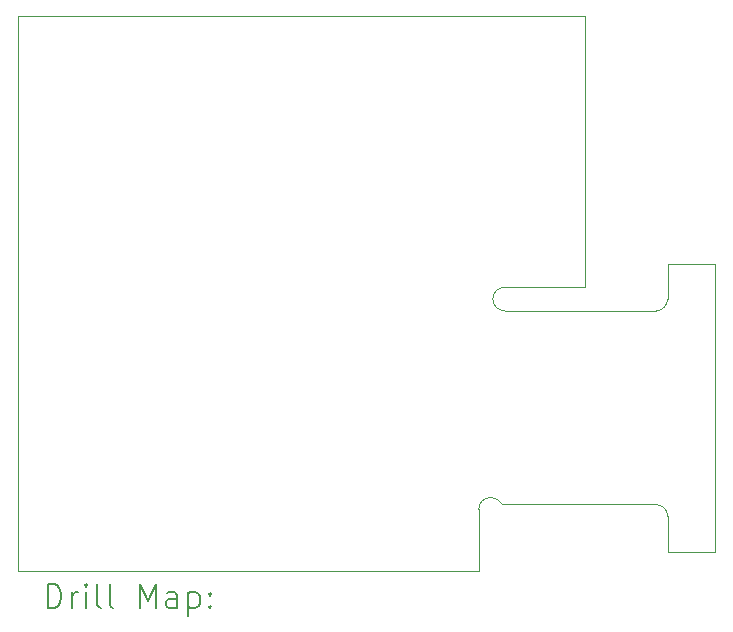
<source format=gbr>
%TF.GenerationSoftware,KiCad,Pcbnew,(6.0.7)*%
%TF.CreationDate,2022-11-13T01:59:09+01:00*%
%TF.ProjectId,TTL_to_HDMI,54544c5f-746f-45f4-9844-4d492e6b6963,rev?*%
%TF.SameCoordinates,Original*%
%TF.FileFunction,Drillmap*%
%TF.FilePolarity,Positive*%
%FSLAX45Y45*%
G04 Gerber Fmt 4.5, Leading zero omitted, Abs format (unit mm)*
G04 Created by KiCad (PCBNEW (6.0.7)) date 2022-11-13 01:59:09*
%MOMM*%
%LPD*%
G01*
G04 APERTURE LIST*
%ADD10C,0.100000*%
%ADD11C,0.200000*%
G04 APERTURE END LIST*
D10*
X13500000Y-9300000D02*
X13500000Y-11440000D01*
X11600000Y-11280000D02*
G75*
G03*
X11500000Y-11380000I0J-100000D01*
G01*
X13000000Y-9700000D02*
G75*
G03*
X13100000Y-9600000I0J100000D01*
G01*
X11500000Y-11380000D02*
X11500000Y-11900000D01*
X13100000Y-11440000D02*
G75*
G03*
X13000000Y-11340000I-100000J0D01*
G01*
X7600000Y-7200000D02*
X12400000Y-7200000D01*
X13100000Y-9300000D02*
X13500000Y-9300000D01*
X11699998Y-11340001D02*
G75*
G03*
X11600000Y-11280000I-99998J-53329D01*
G01*
X11720000Y-9500000D02*
G75*
G03*
X11620000Y-9600000I0J-100000D01*
G01*
X7600000Y-11900000D02*
X7600000Y-7200000D01*
X13000000Y-11340000D02*
X11700000Y-11340000D01*
X12400000Y-7200000D02*
X12400000Y-9400000D01*
X13100000Y-11440000D02*
X13100000Y-11740000D01*
X13100000Y-11740000D02*
X13500000Y-11740000D01*
X13500000Y-11740000D02*
X13500000Y-11440000D01*
X11620000Y-9600000D02*
G75*
G03*
X11720000Y-9700000I100000J0D01*
G01*
X11720000Y-9500000D02*
X12400000Y-9500000D01*
X11720000Y-9700000D02*
X13000000Y-9700000D01*
X13100000Y-9600000D02*
X13100000Y-9300000D01*
X12400000Y-9400000D02*
X12400000Y-9500000D01*
X11500000Y-11900000D02*
X7600000Y-11900000D01*
D11*
X7852619Y-12215476D02*
X7852619Y-12015476D01*
X7900238Y-12015476D01*
X7928809Y-12025000D01*
X7947857Y-12044048D01*
X7957381Y-12063095D01*
X7966905Y-12101190D01*
X7966905Y-12129762D01*
X7957381Y-12167857D01*
X7947857Y-12186905D01*
X7928809Y-12205952D01*
X7900238Y-12215476D01*
X7852619Y-12215476D01*
X8052619Y-12215476D02*
X8052619Y-12082143D01*
X8052619Y-12120238D02*
X8062143Y-12101190D01*
X8071667Y-12091667D01*
X8090714Y-12082143D01*
X8109762Y-12082143D01*
X8176428Y-12215476D02*
X8176428Y-12082143D01*
X8176428Y-12015476D02*
X8166905Y-12025000D01*
X8176428Y-12034524D01*
X8185952Y-12025000D01*
X8176428Y-12015476D01*
X8176428Y-12034524D01*
X8300238Y-12215476D02*
X8281190Y-12205952D01*
X8271667Y-12186905D01*
X8271667Y-12015476D01*
X8405000Y-12215476D02*
X8385952Y-12205952D01*
X8376428Y-12186905D01*
X8376428Y-12015476D01*
X8633571Y-12215476D02*
X8633571Y-12015476D01*
X8700238Y-12158333D01*
X8766905Y-12015476D01*
X8766905Y-12215476D01*
X8947857Y-12215476D02*
X8947857Y-12110714D01*
X8938333Y-12091667D01*
X8919286Y-12082143D01*
X8881190Y-12082143D01*
X8862143Y-12091667D01*
X8947857Y-12205952D02*
X8928810Y-12215476D01*
X8881190Y-12215476D01*
X8862143Y-12205952D01*
X8852619Y-12186905D01*
X8852619Y-12167857D01*
X8862143Y-12148809D01*
X8881190Y-12139286D01*
X8928810Y-12139286D01*
X8947857Y-12129762D01*
X9043095Y-12082143D02*
X9043095Y-12282143D01*
X9043095Y-12091667D02*
X9062143Y-12082143D01*
X9100238Y-12082143D01*
X9119286Y-12091667D01*
X9128810Y-12101190D01*
X9138333Y-12120238D01*
X9138333Y-12177381D01*
X9128810Y-12196428D01*
X9119286Y-12205952D01*
X9100238Y-12215476D01*
X9062143Y-12215476D01*
X9043095Y-12205952D01*
X9224048Y-12196428D02*
X9233571Y-12205952D01*
X9224048Y-12215476D01*
X9214524Y-12205952D01*
X9224048Y-12196428D01*
X9224048Y-12215476D01*
X9224048Y-12091667D02*
X9233571Y-12101190D01*
X9224048Y-12110714D01*
X9214524Y-12101190D01*
X9224048Y-12091667D01*
X9224048Y-12110714D01*
M02*

</source>
